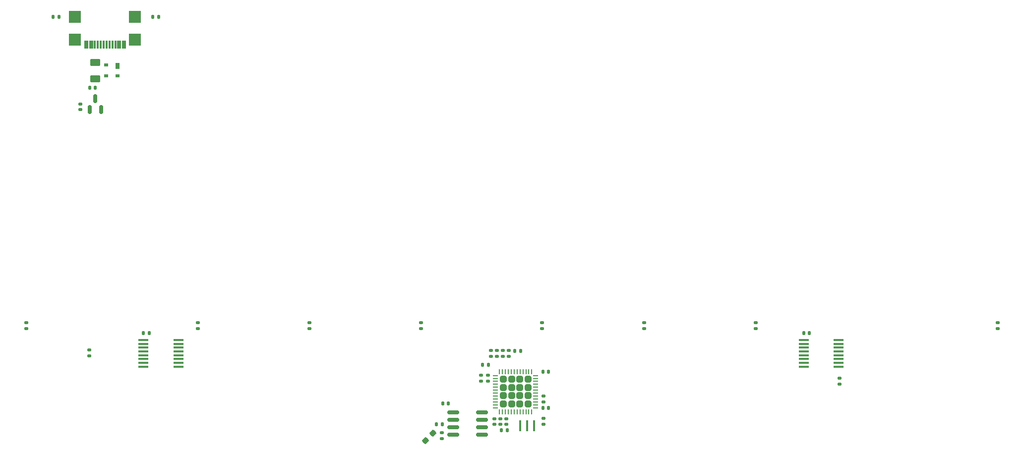
<source format=gbr>
%TF.GenerationSoftware,KiCad,Pcbnew,(7.0.0)*%
%TF.CreationDate,2023-02-16T23:07:07+01:00*%
%TF.ProjectId,travaulta simplified,74726176-6175-46c7-9461-2073696d706c,rev?*%
%TF.SameCoordinates,Original*%
%TF.FileFunction,Paste,Bot*%
%TF.FilePolarity,Positive*%
%FSLAX46Y46*%
G04 Gerber Fmt 4.6, Leading zero omitted, Abs format (unit mm)*
G04 Created by KiCad (PCBNEW (7.0.0)) date 2023-02-16 23:07:07*
%MOMM*%
%LPD*%
G01*
G04 APERTURE LIST*
G04 Aperture macros list*
%AMRoundRect*
0 Rectangle with rounded corners*
0 $1 Rounding radius*
0 $2 $3 $4 $5 $6 $7 $8 $9 X,Y pos of 4 corners*
0 Add a 4 corners polygon primitive as box body*
4,1,4,$2,$3,$4,$5,$6,$7,$8,$9,$2,$3,0*
0 Add four circle primitives for the rounded corners*
1,1,$1+$1,$2,$3*
1,1,$1+$1,$4,$5*
1,1,$1+$1,$6,$7*
1,1,$1+$1,$8,$9*
0 Add four rect primitives between the rounded corners*
20,1,$1+$1,$2,$3,$4,$5,0*
20,1,$1+$1,$4,$5,$6,$7,0*
20,1,$1+$1,$6,$7,$8,$9,0*
20,1,$1+$1,$8,$9,$2,$3,0*%
G04 Aperture macros list end*
%ADD10R,0.400000X1.900000*%
%ADD11RoundRect,0.140000X0.140000X0.170000X-0.140000X0.170000X-0.140000X-0.170000X0.140000X-0.170000X0*%
%ADD12RoundRect,0.140000X-0.140000X-0.170000X0.140000X-0.170000X0.140000X0.170000X-0.140000X0.170000X0*%
%ADD13RoundRect,0.140000X-0.170000X0.140000X-0.170000X-0.140000X0.170000X-0.140000X0.170000X0.140000X0*%
%ADD14RoundRect,0.150000X-0.825000X-0.150000X0.825000X-0.150000X0.825000X0.150000X-0.825000X0.150000X0*%
%ADD15RoundRect,0.135000X-0.185000X0.135000X-0.185000X-0.135000X0.185000X-0.135000X0.185000X0.135000X0*%
%ADD16RoundRect,0.135000X0.185000X-0.135000X0.185000X0.135000X-0.185000X0.135000X-0.185000X-0.135000X0*%
%ADD17RoundRect,0.135000X-0.135000X-0.185000X0.135000X-0.185000X0.135000X0.185000X-0.135000X0.185000X0*%
%ADD18R,1.778000X0.419100*%
%ADD19RoundRect,0.250000X0.315000X-0.315000X0.315000X0.315000X-0.315000X0.315000X-0.315000X-0.315000X0*%
%ADD20RoundRect,0.062500X0.062500X-0.375000X0.062500X0.375000X-0.062500X0.375000X-0.062500X-0.375000X0*%
%ADD21RoundRect,0.062500X0.375000X-0.062500X0.375000X0.062500X-0.375000X0.062500X-0.375000X-0.062500X0*%
%ADD22RoundRect,0.140000X0.170000X-0.140000X0.170000X0.140000X-0.170000X0.140000X-0.170000X-0.140000X0*%
%ADD23RoundRect,0.135000X0.135000X0.185000X-0.135000X0.185000X-0.135000X-0.185000X0.135000X-0.185000X0*%
%ADD24RoundRect,0.250000X-0.625000X0.375000X-0.625000X-0.375000X0.625000X-0.375000X0.625000X0.375000X0*%
%ADD25R,0.700000X1.000000*%
%ADD26R,0.700000X0.600000*%
%ADD27RoundRect,0.150000X0.150000X-0.587500X0.150000X0.587500X-0.150000X0.587500X-0.150000X-0.587500X0*%
%ADD28RoundRect,0.237500X-0.008839X-0.344715X0.344715X0.008839X0.008839X0.344715X-0.344715X-0.008839X0*%
%ADD29RoundRect,0.050000X-0.300000X-0.650000X0.300000X-0.650000X0.300000X0.650000X-0.300000X0.650000X0*%
%ADD30RoundRect,0.050000X-0.150000X-0.650000X0.150000X-0.650000X0.150000X0.650000X-0.150000X0.650000X0*%
%ADD31RoundRect,0.050000X-1.000000X-1.000000X1.000000X-1.000000X1.000000X1.000000X-1.000000X1.000000X0*%
G04 APERTURE END LIST*
D10*
%TO.C,Y1*%
X153415999Y-118744999D03*
X154615999Y-118744999D03*
X155815999Y-118744999D03*
%TD*%
D11*
%TO.C,C7*%
X147984000Y-108331000D03*
X147024000Y-108331000D03*
%TD*%
D12*
%TO.C,C12*%
X201831000Y-102870000D03*
X202791000Y-102870000D03*
%TD*%
D13*
%TO.C,C15*%
X149031000Y-117540000D03*
X149031000Y-118500000D03*
%TD*%
D14*
%TO.C,U5*%
X141985375Y-120269000D03*
X141985375Y-118999000D03*
X141985375Y-117729000D03*
X141985375Y-116459000D03*
X146935375Y-116459000D03*
X146935375Y-117729000D03*
X146935375Y-118999000D03*
X146935375Y-120269000D03*
%TD*%
D15*
%TO.C,R7*%
X146742000Y-110107000D03*
X146742000Y-111127000D03*
%TD*%
D16*
%TO.C,R11*%
X98425000Y-102110000D03*
X98425000Y-101090000D03*
%TD*%
D15*
%TO.C,R2*%
X151511000Y-105877000D03*
X151511000Y-106897000D03*
%TD*%
D12*
%TO.C,C9*%
X157311000Y-115663994D03*
X158271000Y-115663994D03*
%TD*%
D17*
%TO.C,R4*%
X152525000Y-105918000D03*
X153545000Y-105918000D03*
%TD*%
D16*
%TO.C,R12*%
X157162500Y-102110000D03*
X157162500Y-101090000D03*
%TD*%
%TO.C,R15*%
X69088000Y-102110000D03*
X69088000Y-101090000D03*
%TD*%
D13*
%TO.C,C11*%
X151063000Y-117540000D03*
X151063000Y-118500000D03*
%TD*%
D16*
%TO.C,R13*%
X79883000Y-106809000D03*
X79883000Y-105789000D03*
%TD*%
D12*
%TO.C,C8*%
X157311000Y-109474000D03*
X158271000Y-109474000D03*
%TD*%
D16*
%TO.C,R10*%
X174625000Y-102110000D03*
X174625000Y-101090000D03*
%TD*%
D18*
%TO.C,U3*%
X207761839Y-104089199D03*
X207761839Y-104739439D03*
X207761839Y-105389679D03*
X207761839Y-106039919D03*
X207761839Y-106685079D03*
X207761839Y-107335319D03*
X207761839Y-107985559D03*
X207761839Y-108635799D03*
X201813159Y-108635799D03*
X201813159Y-107985559D03*
X201813159Y-107335319D03*
X201813159Y-106685079D03*
X201813159Y-106039919D03*
X201813159Y-105389679D03*
X201813159Y-104739439D03*
X201813159Y-104089199D03*
%TD*%
D19*
%TO.C,U1*%
X150546000Y-115003000D03*
X151946000Y-115003000D03*
X153346000Y-115003000D03*
X154746000Y-115003000D03*
X150546000Y-113603000D03*
X151946000Y-113603000D03*
X153346000Y-113603000D03*
X154746000Y-113603000D03*
X150546000Y-112203000D03*
X151946000Y-112203000D03*
X153346000Y-112203000D03*
X154746000Y-112203000D03*
X150546000Y-110803000D03*
X151946000Y-110803000D03*
X153346000Y-110803000D03*
X154746000Y-110803000D03*
D20*
X155396000Y-116340500D03*
X154896000Y-116340500D03*
X154396000Y-116340500D03*
X153896000Y-116340500D03*
X153396000Y-116340500D03*
X152896000Y-116340500D03*
X152396000Y-116340500D03*
X151896000Y-116340500D03*
X151396000Y-116340500D03*
X150896000Y-116340500D03*
X150396000Y-116340500D03*
X149896000Y-116340500D03*
D21*
X149208500Y-115653000D03*
X149208500Y-115153000D03*
X149208500Y-114653000D03*
X149208500Y-114153000D03*
X149208500Y-113653000D03*
X149208500Y-113153000D03*
X149208500Y-112653000D03*
X149208500Y-112153000D03*
X149208500Y-111653000D03*
X149208500Y-111153000D03*
X149208500Y-110653000D03*
X149208500Y-110153000D03*
D20*
X149896000Y-109465500D03*
X150396000Y-109465500D03*
X150896000Y-109465500D03*
X151396000Y-109465500D03*
X151896000Y-109465500D03*
X152396000Y-109465500D03*
X152896000Y-109465500D03*
X153396000Y-109465500D03*
X153896000Y-109465500D03*
X154396000Y-109465500D03*
X154896000Y-109465500D03*
X155396000Y-109465500D03*
D21*
X156083500Y-110153000D03*
X156083500Y-110653000D03*
X156083500Y-111153000D03*
X156083500Y-111653000D03*
X156083500Y-112153000D03*
X156083500Y-112653000D03*
X156083500Y-113153000D03*
X156083500Y-113653000D03*
X156083500Y-114153000D03*
X156083500Y-114653000D03*
X156083500Y-115153000D03*
X156083500Y-115653000D03*
%TD*%
D16*
%TO.C,R1*%
X148463000Y-106897000D03*
X148463000Y-105877000D03*
%TD*%
%TO.C,R16*%
X234950000Y-102110000D03*
X234950000Y-101090000D03*
%TD*%
D11*
%TO.C,C14*%
X141130375Y-114935000D03*
X140170375Y-114935000D03*
%TD*%
D16*
%TO.C,R9*%
X149479000Y-106897000D03*
X149479000Y-105877000D03*
%TD*%
D12*
%TO.C,C13*%
X89107153Y-102878779D03*
X90067153Y-102878779D03*
%TD*%
D15*
%TO.C,R21*%
X140015375Y-119886000D03*
X140015375Y-120906000D03*
%TD*%
D22*
%TO.C,C5*%
X78359000Y-64742000D03*
X78359000Y-63782000D03*
%TD*%
D16*
%TO.C,R20*%
X193675000Y-102110000D03*
X193675000Y-101090000D03*
%TD*%
D23*
%TO.C,R23*%
X140144375Y-118491000D03*
X139124375Y-118491000D03*
%TD*%
D15*
%TO.C,R14*%
X207962500Y-110615000D03*
X207962500Y-111635000D03*
%TD*%
D17*
%TO.C,R6*%
X150169000Y-119507000D03*
X151189000Y-119507000D03*
%TD*%
D24*
%TO.C,F_USBC1*%
X80899000Y-56639000D03*
X80899000Y-59439000D03*
%TD*%
D25*
%TO.C,D1*%
X84692999Y-57288999D03*
D26*
X84692999Y-58988999D03*
X82692999Y-58988999D03*
X82692999Y-57088999D03*
%TD*%
D17*
%TO.C,R18*%
X73658000Y-48895000D03*
X74678000Y-48895000D03*
%TD*%
D15*
%TO.C,R3*%
X157410000Y-113663000D03*
X157410000Y-114683000D03*
%TD*%
%TO.C,R8*%
X150495000Y-105877000D03*
X150495000Y-106897000D03*
%TD*%
D22*
%TO.C,C1*%
X147885000Y-111097000D03*
X147885000Y-110137000D03*
%TD*%
D11*
%TO.C,C4*%
X80871000Y-60960000D03*
X79911000Y-60960000D03*
%TD*%
D18*
%TO.C,U4*%
X95049339Y-104089199D03*
X95049339Y-104739439D03*
X95049339Y-105389679D03*
X95049339Y-106039919D03*
X95049339Y-106685079D03*
X95049339Y-107335319D03*
X95049339Y-107985559D03*
X95049339Y-108635799D03*
X89100659Y-108635799D03*
X89100659Y-107985559D03*
X89100659Y-107335319D03*
X89100659Y-106685079D03*
X89100659Y-106039919D03*
X89100659Y-105389679D03*
X89100659Y-104739439D03*
X89100659Y-104089199D03*
%TD*%
D13*
%TO.C,C6*%
X157410000Y-117503000D03*
X157410000Y-118463000D03*
%TD*%
D27*
%TO.C,U2*%
X81849000Y-64691500D03*
X79949000Y-64691500D03*
X80899000Y-62816500D03*
%TD*%
D28*
%TO.C,JP1*%
X137211140Y-121295235D03*
X138501610Y-120004765D03*
%TD*%
D29*
%TO.C,USB1*%
X79350000Y-53624000D03*
X80150000Y-53624000D03*
D30*
X80800000Y-53624000D03*
X81300000Y-53624000D03*
X81800000Y-53624000D03*
X82300000Y-53624000D03*
X82800000Y-53624000D03*
X83300000Y-53624000D03*
X83800000Y-53624000D03*
X84300000Y-53624000D03*
D29*
X84950000Y-53624000D03*
X85750000Y-53624000D03*
D31*
X77430000Y-48864000D03*
X77430000Y-52764000D03*
X87670000Y-48864000D03*
X87670000Y-52764000D03*
%TD*%
D16*
%TO.C,R19*%
X136525000Y-102110000D03*
X136525000Y-101090000D03*
%TD*%
D17*
%TO.C,R24*%
X90676000Y-48895000D03*
X91696000Y-48895000D03*
%TD*%
D13*
%TO.C,C10*%
X150047000Y-117540000D03*
X150047000Y-118500000D03*
%TD*%
D16*
%TO.C,R17*%
X117475000Y-102110000D03*
X117475000Y-101090000D03*
%TD*%
M02*

</source>
